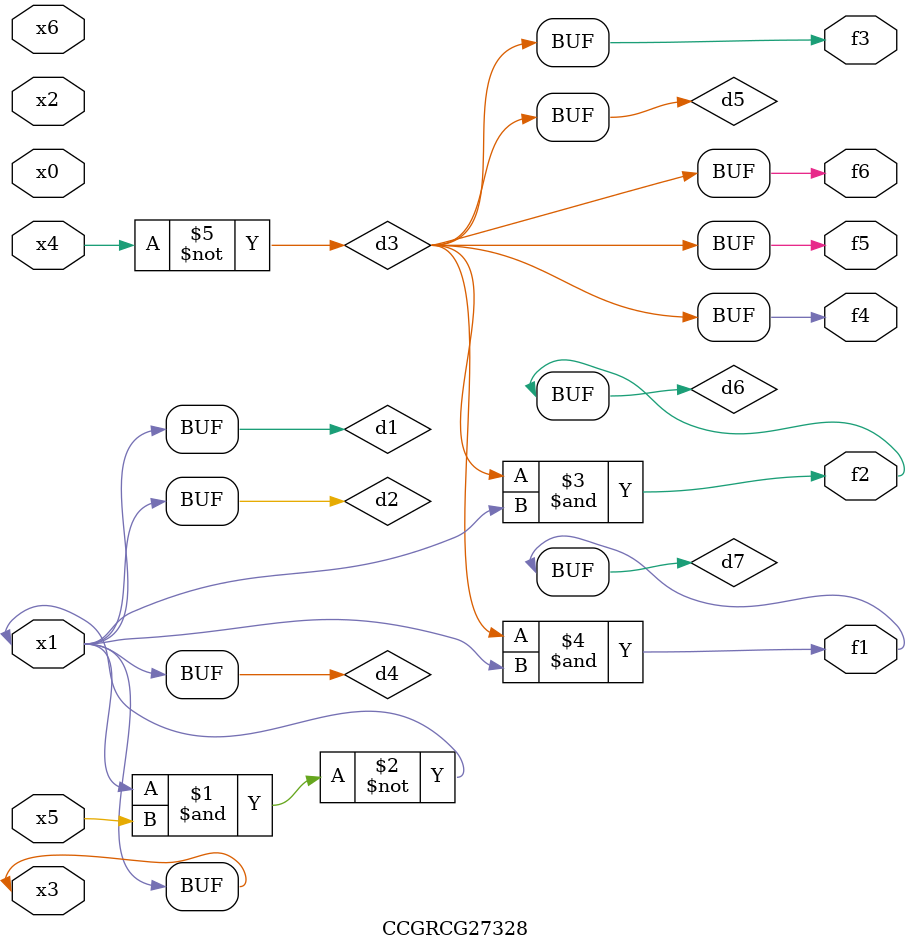
<source format=v>
module CCGRCG27328(
	input x0, x1, x2, x3, x4, x5, x6,
	output f1, f2, f3, f4, f5, f6
);

	wire d1, d2, d3, d4, d5, d6, d7;

	buf (d1, x1, x3);
	nand (d2, x1, x5);
	not (d3, x4);
	buf (d4, d1, d2);
	buf (d5, d3);
	and (d6, d3, d4);
	and (d7, d3, d4);
	assign f1 = d7;
	assign f2 = d6;
	assign f3 = d5;
	assign f4 = d5;
	assign f5 = d5;
	assign f6 = d5;
endmodule

</source>
